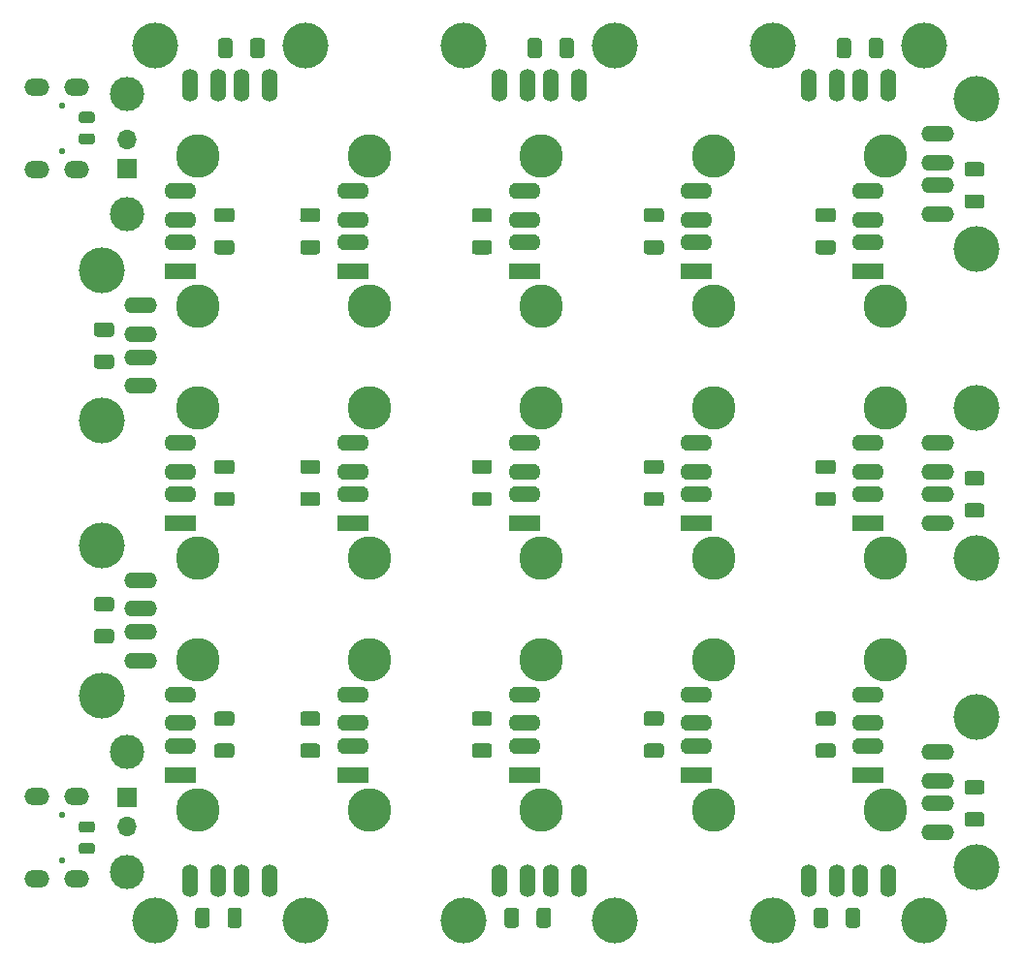
<source format=gbr>
%TF.GenerationSoftware,KiCad,Pcbnew,5.1.7-a382d34a8~88~ubuntu20.04.1*%
%TF.CreationDate,2020-11-29T10:03:16-08:00*%
%TF.ProjectId,multi-way-usb,6d756c74-692d-4776-9179-2d7573622e6b,rev?*%
%TF.SameCoordinates,Original*%
%TF.FileFunction,Soldermask,Bot*%
%TF.FilePolarity,Negative*%
%FSLAX46Y46*%
G04 Gerber Fmt 4.6, Leading zero omitted, Abs format (unit mm)*
G04 Created by KiCad (PCBNEW 5.1.7-a382d34a8~88~ubuntu20.04.1) date 2020-11-29 10:03:16*
%MOMM*%
%LPD*%
G01*
G04 APERTURE LIST*
%ADD10O,2.816000X1.408000*%
%ADD11R,2.816000X1.408000*%
%ADD12C,3.800000*%
%ADD13C,3.000000*%
%ADD14O,2.856000X1.428000*%
%ADD15C,4.000000*%
%ADD16O,1.428000X2.856000*%
%ADD17O,1.700000X1.700000*%
%ADD18R,1.700000X1.700000*%
%ADD19C,0.550000*%
%ADD20O,2.200000X1.500000*%
G04 APERTURE END LIST*
D10*
%TO.C,J15*%
X13704000Y-18500000D03*
X13704000Y-21000000D03*
X13704000Y-23000000D03*
D11*
X13704000Y-25500000D03*
D12*
X15200000Y-15430000D03*
X15200000Y-28570000D03*
%TD*%
D10*
%TO.C,J16*%
X13704000Y3500000D03*
X13704000Y1000000D03*
X13704000Y-1000000D03*
D11*
X13704000Y-3500000D03*
D12*
X15200000Y6570000D03*
X15200000Y-6570000D03*
%TD*%
%TO.C,F15*%
G36*
G01*
X10625000Y-21225000D02*
X9375000Y-21225000D01*
G75*
G02*
X9125000Y-20975000I0J250000D01*
G01*
X9125000Y-20225000D01*
G75*
G02*
X9375000Y-19975000I250000J0D01*
G01*
X10625000Y-19975000D01*
G75*
G02*
X10875000Y-20225000I0J-250000D01*
G01*
X10875000Y-20975000D01*
G75*
G02*
X10625000Y-21225000I-250000J0D01*
G01*
G37*
G36*
G01*
X10625000Y-24025000D02*
X9375000Y-24025000D01*
G75*
G02*
X9125000Y-23775000I0J250000D01*
G01*
X9125000Y-23025000D01*
G75*
G02*
X9375000Y-22775000I250000J0D01*
G01*
X10625000Y-22775000D01*
G75*
G02*
X10875000Y-23025000I0J-250000D01*
G01*
X10875000Y-23775000D01*
G75*
G02*
X10625000Y-24025000I-250000J0D01*
G01*
G37*
%TD*%
%TO.C,F16*%
G36*
G01*
X10625000Y775000D02*
X9375000Y775000D01*
G75*
G02*
X9125000Y1025000I0J250000D01*
G01*
X9125000Y1775000D01*
G75*
G02*
X9375000Y2025000I250000J0D01*
G01*
X10625000Y2025000D01*
G75*
G02*
X10875000Y1775000I0J-250000D01*
G01*
X10875000Y1025000D01*
G75*
G02*
X10625000Y775000I-250000J0D01*
G01*
G37*
G36*
G01*
X10625000Y-2025000D02*
X9375000Y-2025000D01*
G75*
G02*
X9125000Y-1775000I0J250000D01*
G01*
X9125000Y-1025000D01*
G75*
G02*
X9375000Y-775000I250000J0D01*
G01*
X10625000Y-775000D01*
G75*
G02*
X10875000Y-1025000I0J-250000D01*
G01*
X10875000Y-1775000D01*
G75*
G02*
X10625000Y-2025000I-250000J0D01*
G01*
G37*
%TD*%
D10*
%TO.C,J17*%
X13704000Y25500000D03*
X13704000Y23000000D03*
X13704000Y21000000D03*
D11*
X13704000Y18500000D03*
D12*
X15200000Y28570000D03*
X15200000Y15430000D03*
%TD*%
D10*
%TO.C,J9*%
X28704000Y25500000D03*
X28704000Y23000000D03*
X28704000Y21000000D03*
D11*
X28704000Y18500000D03*
D12*
X30200000Y28570000D03*
X30200000Y15430000D03*
%TD*%
D10*
%TO.C,J8*%
X28704000Y3500000D03*
X28704000Y1000000D03*
X28704000Y-1000000D03*
D11*
X28704000Y-3500000D03*
D12*
X30200000Y6570000D03*
X30200000Y-6570000D03*
%TD*%
D10*
%TO.C,J7*%
X28704000Y-18500000D03*
X28704000Y-21000000D03*
X28704000Y-23000000D03*
D11*
X28704000Y-25500000D03*
D12*
X30200000Y-15430000D03*
X30200000Y-28570000D03*
%TD*%
D13*
%TO.C,TP4*%
X-36000000Y-34000000D03*
%TD*%
%TO.C,TP1*%
X-36000000Y-23500000D03*
%TD*%
D14*
%TO.C,J14*%
X-34776000Y-15500000D03*
X-34776000Y-13000000D03*
X-34776000Y-11000000D03*
D15*
X-38200000Y-18570000D03*
X-38200000Y-5430000D03*
D14*
X-34776000Y-8500000D03*
%TD*%
%TO.C,J13*%
X-34776000Y8500000D03*
X-34776000Y11000000D03*
X-34776000Y13000000D03*
D15*
X-38200000Y5430000D03*
X-38200000Y18570000D03*
D14*
X-34776000Y15500000D03*
%TD*%
D16*
%TO.C,J12*%
X-30500000Y34776000D03*
X-28000000Y34776000D03*
X-26000000Y34776000D03*
D15*
X-33570000Y38200000D03*
X-20430000Y38200000D03*
D16*
X-23500000Y34776000D03*
%TD*%
%TO.C,J11*%
X-3500000Y34776000D03*
X-1000000Y34776000D03*
X1000000Y34776000D03*
D15*
X-6570000Y38200000D03*
X6570000Y38200000D03*
D16*
X3500000Y34776000D03*
%TD*%
%TO.C,J10*%
X23500000Y34776000D03*
X26000000Y34776000D03*
X28000000Y34776000D03*
D15*
X20430000Y38200000D03*
X33570000Y38200000D03*
D16*
X30500000Y34776000D03*
%TD*%
D14*
%TO.C,J6*%
X34776000Y30500000D03*
X34776000Y28000000D03*
X34776000Y26000000D03*
D15*
X38200000Y33570000D03*
X38200000Y20430000D03*
D14*
X34776000Y23500000D03*
%TD*%
%TO.C,J5*%
X34776000Y3500000D03*
X34776000Y1000000D03*
X34776000Y-1000000D03*
D15*
X38200000Y6570000D03*
X38200000Y-6570000D03*
D14*
X34776000Y-3500000D03*
%TD*%
%TO.C,J4*%
X34776000Y-23500000D03*
X34776000Y-26000000D03*
X34776000Y-28000000D03*
D15*
X38200000Y-20430000D03*
X38200000Y-33570000D03*
D14*
X34776000Y-30500000D03*
%TD*%
D16*
%TO.C,J3*%
X30500000Y-34776000D03*
X28000000Y-34776000D03*
X26000000Y-34776000D03*
D15*
X33570000Y-38200000D03*
X20430000Y-38200000D03*
D16*
X23500000Y-34776000D03*
%TD*%
%TO.C,J2*%
X3500000Y-34776000D03*
X1000000Y-34776000D03*
X-1000000Y-34776000D03*
D15*
X6570000Y-38200000D03*
X-6570000Y-38200000D03*
D16*
X-3500000Y-34776000D03*
%TD*%
%TO.C,J1*%
X-23500000Y-34776000D03*
X-26000000Y-34776000D03*
X-28000000Y-34776000D03*
D15*
X-20430000Y-38200000D03*
X-33570000Y-38200000D03*
D16*
X-30500000Y-34776000D03*
%TD*%
D10*
%TO.C,J24*%
X-31296000Y-18500000D03*
X-31296000Y-21000000D03*
X-31296000Y-23000000D03*
D11*
X-31296000Y-25500000D03*
D12*
X-29800000Y-15430000D03*
X-29800000Y-28570000D03*
%TD*%
D10*
%TO.C,J25*%
X-31296000Y3500000D03*
X-31296000Y1000000D03*
X-31296000Y-1000000D03*
D11*
X-31296000Y-3500000D03*
D12*
X-29800000Y6570000D03*
X-29800000Y-6570000D03*
%TD*%
D10*
%TO.C,J26*%
X-31296000Y25500000D03*
X-31296000Y23000000D03*
X-31296000Y21000000D03*
D11*
X-31296000Y18500000D03*
D12*
X-29800000Y28570000D03*
X-29800000Y15430000D03*
%TD*%
D10*
%TO.C,J21*%
X-16296000Y-18500000D03*
X-16296000Y-21000000D03*
X-16296000Y-23000000D03*
D11*
X-16296000Y-25500000D03*
D12*
X-14800000Y-15430000D03*
X-14800000Y-28570000D03*
%TD*%
D10*
%TO.C,J22*%
X-16296000Y3500000D03*
X-16296000Y1000000D03*
X-16296000Y-1000000D03*
D11*
X-16296000Y-3500000D03*
D12*
X-14800000Y6570000D03*
X-14800000Y-6570000D03*
%TD*%
D10*
%TO.C,J23*%
X-16296000Y25500000D03*
X-16296000Y23000000D03*
X-16296000Y21000000D03*
D11*
X-16296000Y18500000D03*
D12*
X-14800000Y28570000D03*
X-14800000Y15430000D03*
%TD*%
D10*
%TO.C,J18*%
X-1296000Y-18500000D03*
X-1296000Y-21000000D03*
X-1296000Y-23000000D03*
D11*
X-1296000Y-25500000D03*
D12*
X200000Y-15430000D03*
X200000Y-28570000D03*
%TD*%
D10*
%TO.C,J19*%
X-1296000Y3500000D03*
X-1296000Y1000000D03*
X-1296000Y-1000000D03*
D11*
X-1296000Y-3500000D03*
D12*
X200000Y6570000D03*
X200000Y-6570000D03*
%TD*%
D10*
%TO.C,J20*%
X-1296000Y25500000D03*
X-1296000Y23000000D03*
X-1296000Y21000000D03*
D11*
X-1296000Y18500000D03*
D12*
X200000Y28570000D03*
X200000Y15430000D03*
%TD*%
%TO.C,F24*%
G36*
G01*
X-26875000Y-21225000D02*
X-28125000Y-21225000D01*
G75*
G02*
X-28375000Y-20975000I0J250000D01*
G01*
X-28375000Y-20225000D01*
G75*
G02*
X-28125000Y-19975000I250000J0D01*
G01*
X-26875000Y-19975000D01*
G75*
G02*
X-26625000Y-20225000I0J-250000D01*
G01*
X-26625000Y-20975000D01*
G75*
G02*
X-26875000Y-21225000I-250000J0D01*
G01*
G37*
G36*
G01*
X-26875000Y-24025000D02*
X-28125000Y-24025000D01*
G75*
G02*
X-28375000Y-23775000I0J250000D01*
G01*
X-28375000Y-23025000D01*
G75*
G02*
X-28125000Y-22775000I250000J0D01*
G01*
X-26875000Y-22775000D01*
G75*
G02*
X-26625000Y-23025000I0J-250000D01*
G01*
X-26625000Y-23775000D01*
G75*
G02*
X-26875000Y-24025000I-250000J0D01*
G01*
G37*
%TD*%
%TO.C,F25*%
G36*
G01*
X-26875000Y775000D02*
X-28125000Y775000D01*
G75*
G02*
X-28375000Y1025000I0J250000D01*
G01*
X-28375000Y1775000D01*
G75*
G02*
X-28125000Y2025000I250000J0D01*
G01*
X-26875000Y2025000D01*
G75*
G02*
X-26625000Y1775000I0J-250000D01*
G01*
X-26625000Y1025000D01*
G75*
G02*
X-26875000Y775000I-250000J0D01*
G01*
G37*
G36*
G01*
X-26875000Y-2025000D02*
X-28125000Y-2025000D01*
G75*
G02*
X-28375000Y-1775000I0J250000D01*
G01*
X-28375000Y-1025000D01*
G75*
G02*
X-28125000Y-775000I250000J0D01*
G01*
X-26875000Y-775000D01*
G75*
G02*
X-26625000Y-1025000I0J-250000D01*
G01*
X-26625000Y-1775000D01*
G75*
G02*
X-26875000Y-2025000I-250000J0D01*
G01*
G37*
%TD*%
%TO.C,F26*%
G36*
G01*
X-26875000Y22775000D02*
X-28125000Y22775000D01*
G75*
G02*
X-28375000Y23025000I0J250000D01*
G01*
X-28375000Y23775000D01*
G75*
G02*
X-28125000Y24025000I250000J0D01*
G01*
X-26875000Y24025000D01*
G75*
G02*
X-26625000Y23775000I0J-250000D01*
G01*
X-26625000Y23025000D01*
G75*
G02*
X-26875000Y22775000I-250000J0D01*
G01*
G37*
G36*
G01*
X-26875000Y19975000D02*
X-28125000Y19975000D01*
G75*
G02*
X-28375000Y20225000I0J250000D01*
G01*
X-28375000Y20975000D01*
G75*
G02*
X-28125000Y21225000I250000J0D01*
G01*
X-26875000Y21225000D01*
G75*
G02*
X-26625000Y20975000I0J-250000D01*
G01*
X-26625000Y20225000D01*
G75*
G02*
X-26875000Y19975000I-250000J0D01*
G01*
G37*
%TD*%
%TO.C,F21*%
G36*
G01*
X-19375000Y-21225000D02*
X-20625000Y-21225000D01*
G75*
G02*
X-20875000Y-20975000I0J250000D01*
G01*
X-20875000Y-20225000D01*
G75*
G02*
X-20625000Y-19975000I250000J0D01*
G01*
X-19375000Y-19975000D01*
G75*
G02*
X-19125000Y-20225000I0J-250000D01*
G01*
X-19125000Y-20975000D01*
G75*
G02*
X-19375000Y-21225000I-250000J0D01*
G01*
G37*
G36*
G01*
X-19375000Y-24025000D02*
X-20625000Y-24025000D01*
G75*
G02*
X-20875000Y-23775000I0J250000D01*
G01*
X-20875000Y-23025000D01*
G75*
G02*
X-20625000Y-22775000I250000J0D01*
G01*
X-19375000Y-22775000D01*
G75*
G02*
X-19125000Y-23025000I0J-250000D01*
G01*
X-19125000Y-23775000D01*
G75*
G02*
X-19375000Y-24025000I-250000J0D01*
G01*
G37*
%TD*%
%TO.C,F22*%
G36*
G01*
X-19375000Y775000D02*
X-20625000Y775000D01*
G75*
G02*
X-20875000Y1025000I0J250000D01*
G01*
X-20875000Y1775000D01*
G75*
G02*
X-20625000Y2025000I250000J0D01*
G01*
X-19375000Y2025000D01*
G75*
G02*
X-19125000Y1775000I0J-250000D01*
G01*
X-19125000Y1025000D01*
G75*
G02*
X-19375000Y775000I-250000J0D01*
G01*
G37*
G36*
G01*
X-19375000Y-2025000D02*
X-20625000Y-2025000D01*
G75*
G02*
X-20875000Y-1775000I0J250000D01*
G01*
X-20875000Y-1025000D01*
G75*
G02*
X-20625000Y-775000I250000J0D01*
G01*
X-19375000Y-775000D01*
G75*
G02*
X-19125000Y-1025000I0J-250000D01*
G01*
X-19125000Y-1775000D01*
G75*
G02*
X-19375000Y-2025000I-250000J0D01*
G01*
G37*
%TD*%
%TO.C,F23*%
G36*
G01*
X-19375000Y22775000D02*
X-20625000Y22775000D01*
G75*
G02*
X-20875000Y23025000I0J250000D01*
G01*
X-20875000Y23775000D01*
G75*
G02*
X-20625000Y24025000I250000J0D01*
G01*
X-19375000Y24025000D01*
G75*
G02*
X-19125000Y23775000I0J-250000D01*
G01*
X-19125000Y23025000D01*
G75*
G02*
X-19375000Y22775000I-250000J0D01*
G01*
G37*
G36*
G01*
X-19375000Y19975000D02*
X-20625000Y19975000D01*
G75*
G02*
X-20875000Y20225000I0J250000D01*
G01*
X-20875000Y20975000D01*
G75*
G02*
X-20625000Y21225000I250000J0D01*
G01*
X-19375000Y21225000D01*
G75*
G02*
X-19125000Y20975000I0J-250000D01*
G01*
X-19125000Y20225000D01*
G75*
G02*
X-19375000Y19975000I-250000J0D01*
G01*
G37*
%TD*%
%TO.C,F18*%
G36*
G01*
X-4375000Y-21225000D02*
X-5625000Y-21225000D01*
G75*
G02*
X-5875000Y-20975000I0J250000D01*
G01*
X-5875000Y-20225000D01*
G75*
G02*
X-5625000Y-19975000I250000J0D01*
G01*
X-4375000Y-19975000D01*
G75*
G02*
X-4125000Y-20225000I0J-250000D01*
G01*
X-4125000Y-20975000D01*
G75*
G02*
X-4375000Y-21225000I-250000J0D01*
G01*
G37*
G36*
G01*
X-4375000Y-24025000D02*
X-5625000Y-24025000D01*
G75*
G02*
X-5875000Y-23775000I0J250000D01*
G01*
X-5875000Y-23025000D01*
G75*
G02*
X-5625000Y-22775000I250000J0D01*
G01*
X-4375000Y-22775000D01*
G75*
G02*
X-4125000Y-23025000I0J-250000D01*
G01*
X-4125000Y-23775000D01*
G75*
G02*
X-4375000Y-24025000I-250000J0D01*
G01*
G37*
%TD*%
%TO.C,F19*%
G36*
G01*
X-4375000Y775000D02*
X-5625000Y775000D01*
G75*
G02*
X-5875000Y1025000I0J250000D01*
G01*
X-5875000Y1775000D01*
G75*
G02*
X-5625000Y2025000I250000J0D01*
G01*
X-4375000Y2025000D01*
G75*
G02*
X-4125000Y1775000I0J-250000D01*
G01*
X-4125000Y1025000D01*
G75*
G02*
X-4375000Y775000I-250000J0D01*
G01*
G37*
G36*
G01*
X-4375000Y-2025000D02*
X-5625000Y-2025000D01*
G75*
G02*
X-5875000Y-1775000I0J250000D01*
G01*
X-5875000Y-1025000D01*
G75*
G02*
X-5625000Y-775000I250000J0D01*
G01*
X-4375000Y-775000D01*
G75*
G02*
X-4125000Y-1025000I0J-250000D01*
G01*
X-4125000Y-1775000D01*
G75*
G02*
X-4375000Y-2025000I-250000J0D01*
G01*
G37*
%TD*%
%TO.C,F20*%
G36*
G01*
X-4375000Y22775000D02*
X-5625000Y22775000D01*
G75*
G02*
X-5875000Y23025000I0J250000D01*
G01*
X-5875000Y23775000D01*
G75*
G02*
X-5625000Y24025000I250000J0D01*
G01*
X-4375000Y24025000D01*
G75*
G02*
X-4125000Y23775000I0J-250000D01*
G01*
X-4125000Y23025000D01*
G75*
G02*
X-4375000Y22775000I-250000J0D01*
G01*
G37*
G36*
G01*
X-4375000Y19975000D02*
X-5625000Y19975000D01*
G75*
G02*
X-5875000Y20225000I0J250000D01*
G01*
X-5875000Y20975000D01*
G75*
G02*
X-5625000Y21225000I250000J0D01*
G01*
X-4375000Y21225000D01*
G75*
G02*
X-4125000Y20975000I0J-250000D01*
G01*
X-4125000Y20225000D01*
G75*
G02*
X-4375000Y19975000I-250000J0D01*
G01*
G37*
%TD*%
%TO.C,F14*%
G36*
G01*
X-37375000Y-11225000D02*
X-38625000Y-11225000D01*
G75*
G02*
X-38875000Y-10975000I0J250000D01*
G01*
X-38875000Y-10225000D01*
G75*
G02*
X-38625000Y-9975000I250000J0D01*
G01*
X-37375000Y-9975000D01*
G75*
G02*
X-37125000Y-10225000I0J-250000D01*
G01*
X-37125000Y-10975000D01*
G75*
G02*
X-37375000Y-11225000I-250000J0D01*
G01*
G37*
G36*
G01*
X-37375000Y-14025000D02*
X-38625000Y-14025000D01*
G75*
G02*
X-38875000Y-13775000I0J250000D01*
G01*
X-38875000Y-13025000D01*
G75*
G02*
X-38625000Y-12775000I250000J0D01*
G01*
X-37375000Y-12775000D01*
G75*
G02*
X-37125000Y-13025000I0J-250000D01*
G01*
X-37125000Y-13775000D01*
G75*
G02*
X-37375000Y-14025000I-250000J0D01*
G01*
G37*
%TD*%
D13*
%TO.C,TP3*%
X-36000000Y23500000D03*
%TD*%
%TO.C,R1*%
G36*
G01*
X-39956250Y-31450000D02*
X-39043750Y-31450000D01*
G75*
G02*
X-38800000Y-31693750I0J-243750D01*
G01*
X-38800000Y-32181250D01*
G75*
G02*
X-39043750Y-32425000I-243750J0D01*
G01*
X-39956250Y-32425000D01*
G75*
G02*
X-40200000Y-32181250I0J243750D01*
G01*
X-40200000Y-31693750D01*
G75*
G02*
X-39956250Y-31450000I243750J0D01*
G01*
G37*
G36*
G01*
X-39956250Y-29575000D02*
X-39043750Y-29575000D01*
G75*
G02*
X-38800000Y-29818750I0J-243750D01*
G01*
X-38800000Y-30306250D01*
G75*
G02*
X-39043750Y-30550000I-243750J0D01*
G01*
X-39956250Y-30550000D01*
G75*
G02*
X-40200000Y-30306250I0J243750D01*
G01*
X-40200000Y-29818750D01*
G75*
G02*
X-39956250Y-29575000I243750J0D01*
G01*
G37*
%TD*%
D17*
%TO.C,X4*%
X-36000000Y-30040000D03*
D18*
X-36000000Y-27500000D03*
%TD*%
D19*
%TO.C,X2*%
X-41700000Y-29000000D03*
X-41700000Y-33000000D03*
D20*
X-43850000Y-27400000D03*
X-43850000Y-34600000D03*
X-40380000Y-34600000D03*
X-40380000Y-27400000D03*
%TD*%
%TO.C,F17*%
G36*
G01*
X10625000Y22775000D02*
X9375000Y22775000D01*
G75*
G02*
X9125000Y23025000I0J250000D01*
G01*
X9125000Y23775000D01*
G75*
G02*
X9375000Y24025000I250000J0D01*
G01*
X10625000Y24025000D01*
G75*
G02*
X10875000Y23775000I0J-250000D01*
G01*
X10875000Y23025000D01*
G75*
G02*
X10625000Y22775000I-250000J0D01*
G01*
G37*
G36*
G01*
X10625000Y19975000D02*
X9375000Y19975000D01*
G75*
G02*
X9125000Y20225000I0J250000D01*
G01*
X9125000Y20975000D01*
G75*
G02*
X9375000Y21225000I250000J0D01*
G01*
X10625000Y21225000D01*
G75*
G02*
X10875000Y20975000I0J-250000D01*
G01*
X10875000Y20225000D01*
G75*
G02*
X10625000Y19975000I-250000J0D01*
G01*
G37*
%TD*%
%TO.C,F13*%
G36*
G01*
X-37375000Y12775000D02*
X-38625000Y12775000D01*
G75*
G02*
X-38875000Y13025000I0J250000D01*
G01*
X-38875000Y13775000D01*
G75*
G02*
X-38625000Y14025000I250000J0D01*
G01*
X-37375000Y14025000D01*
G75*
G02*
X-37125000Y13775000I0J-250000D01*
G01*
X-37125000Y13025000D01*
G75*
G02*
X-37375000Y12775000I-250000J0D01*
G01*
G37*
G36*
G01*
X-37375000Y9975000D02*
X-38625000Y9975000D01*
G75*
G02*
X-38875000Y10225000I0J250000D01*
G01*
X-38875000Y10975000D01*
G75*
G02*
X-38625000Y11225000I250000J0D01*
G01*
X-37375000Y11225000D01*
G75*
G02*
X-37125000Y10975000I0J-250000D01*
G01*
X-37125000Y10225000D01*
G75*
G02*
X-37375000Y9975000I-250000J0D01*
G01*
G37*
%TD*%
D13*
%TO.C,TP2*%
X-36000000Y34000000D03*
%TD*%
%TO.C,R2*%
G36*
G01*
X-39043750Y31450000D02*
X-39956250Y31450000D01*
G75*
G02*
X-40200000Y31693750I0J243750D01*
G01*
X-40200000Y32181250D01*
G75*
G02*
X-39956250Y32425000I243750J0D01*
G01*
X-39043750Y32425000D01*
G75*
G02*
X-38800000Y32181250I0J-243750D01*
G01*
X-38800000Y31693750D01*
G75*
G02*
X-39043750Y31450000I-243750J0D01*
G01*
G37*
G36*
G01*
X-39043750Y29575000D02*
X-39956250Y29575000D01*
G75*
G02*
X-40200000Y29818750I0J243750D01*
G01*
X-40200000Y30306250D01*
G75*
G02*
X-39956250Y30550000I243750J0D01*
G01*
X-39043750Y30550000D01*
G75*
G02*
X-38800000Y30306250I0J-243750D01*
G01*
X-38800000Y29818750D01*
G75*
G02*
X-39043750Y29575000I-243750J0D01*
G01*
G37*
%TD*%
D17*
%TO.C,X3*%
X-36000000Y30040000D03*
D18*
X-36000000Y27500000D03*
%TD*%
D19*
%TO.C,X1*%
X-41700000Y33000000D03*
X-41700000Y29000000D03*
D20*
X-43850000Y34600000D03*
X-43850000Y27400000D03*
X-40380000Y27400000D03*
X-40380000Y34600000D03*
%TD*%
%TO.C,F12*%
G36*
G01*
X-25225000Y37375000D02*
X-25225000Y38625000D01*
G75*
G02*
X-24975000Y38875000I250000J0D01*
G01*
X-24225000Y38875000D01*
G75*
G02*
X-23975000Y38625000I0J-250000D01*
G01*
X-23975000Y37375000D01*
G75*
G02*
X-24225000Y37125000I-250000J0D01*
G01*
X-24975000Y37125000D01*
G75*
G02*
X-25225000Y37375000I0J250000D01*
G01*
G37*
G36*
G01*
X-28025000Y37375000D02*
X-28025000Y38625000D01*
G75*
G02*
X-27775000Y38875000I250000J0D01*
G01*
X-27025000Y38875000D01*
G75*
G02*
X-26775000Y38625000I0J-250000D01*
G01*
X-26775000Y37375000D01*
G75*
G02*
X-27025000Y37125000I-250000J0D01*
G01*
X-27775000Y37125000D01*
G75*
G02*
X-28025000Y37375000I0J250000D01*
G01*
G37*
%TD*%
%TO.C,F11*%
G36*
G01*
X1775000Y37375000D02*
X1775000Y38625000D01*
G75*
G02*
X2025000Y38875000I250000J0D01*
G01*
X2775000Y38875000D01*
G75*
G02*
X3025000Y38625000I0J-250000D01*
G01*
X3025000Y37375000D01*
G75*
G02*
X2775000Y37125000I-250000J0D01*
G01*
X2025000Y37125000D01*
G75*
G02*
X1775000Y37375000I0J250000D01*
G01*
G37*
G36*
G01*
X-1025000Y37375000D02*
X-1025000Y38625000D01*
G75*
G02*
X-775000Y38875000I250000J0D01*
G01*
X-25000Y38875000D01*
G75*
G02*
X225000Y38625000I0J-250000D01*
G01*
X225000Y37375000D01*
G75*
G02*
X-25000Y37125000I-250000J0D01*
G01*
X-775000Y37125000D01*
G75*
G02*
X-1025000Y37375000I0J250000D01*
G01*
G37*
%TD*%
%TO.C,F9*%
G36*
G01*
X25625000Y22775000D02*
X24375000Y22775000D01*
G75*
G02*
X24125000Y23025000I0J250000D01*
G01*
X24125000Y23775000D01*
G75*
G02*
X24375000Y24025000I250000J0D01*
G01*
X25625000Y24025000D01*
G75*
G02*
X25875000Y23775000I0J-250000D01*
G01*
X25875000Y23025000D01*
G75*
G02*
X25625000Y22775000I-250000J0D01*
G01*
G37*
G36*
G01*
X25625000Y19975000D02*
X24375000Y19975000D01*
G75*
G02*
X24125000Y20225000I0J250000D01*
G01*
X24125000Y20975000D01*
G75*
G02*
X24375000Y21225000I250000J0D01*
G01*
X25625000Y21225000D01*
G75*
G02*
X25875000Y20975000I0J-250000D01*
G01*
X25875000Y20225000D01*
G75*
G02*
X25625000Y19975000I-250000J0D01*
G01*
G37*
%TD*%
%TO.C,F10*%
G36*
G01*
X28775000Y37375000D02*
X28775000Y38625000D01*
G75*
G02*
X29025000Y38875000I250000J0D01*
G01*
X29775000Y38875000D01*
G75*
G02*
X30025000Y38625000I0J-250000D01*
G01*
X30025000Y37375000D01*
G75*
G02*
X29775000Y37125000I-250000J0D01*
G01*
X29025000Y37125000D01*
G75*
G02*
X28775000Y37375000I0J250000D01*
G01*
G37*
G36*
G01*
X25975000Y37375000D02*
X25975000Y38625000D01*
G75*
G02*
X26225000Y38875000I250000J0D01*
G01*
X26975000Y38875000D01*
G75*
G02*
X27225000Y38625000I0J-250000D01*
G01*
X27225000Y37375000D01*
G75*
G02*
X26975000Y37125000I-250000J0D01*
G01*
X26225000Y37125000D01*
G75*
G02*
X25975000Y37375000I0J250000D01*
G01*
G37*
%TD*%
%TO.C,F6*%
G36*
G01*
X37375000Y25225000D02*
X38625000Y25225000D01*
G75*
G02*
X38875000Y24975000I0J-250000D01*
G01*
X38875000Y24225000D01*
G75*
G02*
X38625000Y23975000I-250000J0D01*
G01*
X37375000Y23975000D01*
G75*
G02*
X37125000Y24225000I0J250000D01*
G01*
X37125000Y24975000D01*
G75*
G02*
X37375000Y25225000I250000J0D01*
G01*
G37*
G36*
G01*
X37375000Y28025000D02*
X38625000Y28025000D01*
G75*
G02*
X38875000Y27775000I0J-250000D01*
G01*
X38875000Y27025000D01*
G75*
G02*
X38625000Y26775000I-250000J0D01*
G01*
X37375000Y26775000D01*
G75*
G02*
X37125000Y27025000I0J250000D01*
G01*
X37125000Y27775000D01*
G75*
G02*
X37375000Y28025000I250000J0D01*
G01*
G37*
%TD*%
%TO.C,F5*%
G36*
G01*
X37375000Y-1775000D02*
X38625000Y-1775000D01*
G75*
G02*
X38875000Y-2025000I0J-250000D01*
G01*
X38875000Y-2775000D01*
G75*
G02*
X38625000Y-3025000I-250000J0D01*
G01*
X37375000Y-3025000D01*
G75*
G02*
X37125000Y-2775000I0J250000D01*
G01*
X37125000Y-2025000D01*
G75*
G02*
X37375000Y-1775000I250000J0D01*
G01*
G37*
G36*
G01*
X37375000Y1025000D02*
X38625000Y1025000D01*
G75*
G02*
X38875000Y775000I0J-250000D01*
G01*
X38875000Y25000D01*
G75*
G02*
X38625000Y-225000I-250000J0D01*
G01*
X37375000Y-225000D01*
G75*
G02*
X37125000Y25000I0J250000D01*
G01*
X37125000Y775000D01*
G75*
G02*
X37375000Y1025000I250000J0D01*
G01*
G37*
%TD*%
%TO.C,F8*%
G36*
G01*
X25625000Y775000D02*
X24375000Y775000D01*
G75*
G02*
X24125000Y1025000I0J250000D01*
G01*
X24125000Y1775000D01*
G75*
G02*
X24375000Y2025000I250000J0D01*
G01*
X25625000Y2025000D01*
G75*
G02*
X25875000Y1775000I0J-250000D01*
G01*
X25875000Y1025000D01*
G75*
G02*
X25625000Y775000I-250000J0D01*
G01*
G37*
G36*
G01*
X25625000Y-2025000D02*
X24375000Y-2025000D01*
G75*
G02*
X24125000Y-1775000I0J250000D01*
G01*
X24125000Y-1025000D01*
G75*
G02*
X24375000Y-775000I250000J0D01*
G01*
X25625000Y-775000D01*
G75*
G02*
X25875000Y-1025000I0J-250000D01*
G01*
X25875000Y-1775000D01*
G75*
G02*
X25625000Y-2025000I-250000J0D01*
G01*
G37*
%TD*%
%TO.C,F4*%
G36*
G01*
X37375000Y-28775000D02*
X38625000Y-28775000D01*
G75*
G02*
X38875000Y-29025000I0J-250000D01*
G01*
X38875000Y-29775000D01*
G75*
G02*
X38625000Y-30025000I-250000J0D01*
G01*
X37375000Y-30025000D01*
G75*
G02*
X37125000Y-29775000I0J250000D01*
G01*
X37125000Y-29025000D01*
G75*
G02*
X37375000Y-28775000I250000J0D01*
G01*
G37*
G36*
G01*
X37375000Y-25975000D02*
X38625000Y-25975000D01*
G75*
G02*
X38875000Y-26225000I0J-250000D01*
G01*
X38875000Y-26975000D01*
G75*
G02*
X38625000Y-27225000I-250000J0D01*
G01*
X37375000Y-27225000D01*
G75*
G02*
X37125000Y-26975000I0J250000D01*
G01*
X37125000Y-26225000D01*
G75*
G02*
X37375000Y-25975000I250000J0D01*
G01*
G37*
%TD*%
%TO.C,F3*%
G36*
G01*
X25225000Y-37375000D02*
X25225000Y-38625000D01*
G75*
G02*
X24975000Y-38875000I-250000J0D01*
G01*
X24225000Y-38875000D01*
G75*
G02*
X23975000Y-38625000I0J250000D01*
G01*
X23975000Y-37375000D01*
G75*
G02*
X24225000Y-37125000I250000J0D01*
G01*
X24975000Y-37125000D01*
G75*
G02*
X25225000Y-37375000I0J-250000D01*
G01*
G37*
G36*
G01*
X28025000Y-37375000D02*
X28025000Y-38625000D01*
G75*
G02*
X27775000Y-38875000I-250000J0D01*
G01*
X27025000Y-38875000D01*
G75*
G02*
X26775000Y-38625000I0J250000D01*
G01*
X26775000Y-37375000D01*
G75*
G02*
X27025000Y-37125000I250000J0D01*
G01*
X27775000Y-37125000D01*
G75*
G02*
X28025000Y-37375000I0J-250000D01*
G01*
G37*
%TD*%
%TO.C,F7*%
G36*
G01*
X25625000Y-21225000D02*
X24375000Y-21225000D01*
G75*
G02*
X24125000Y-20975000I0J250000D01*
G01*
X24125000Y-20225000D01*
G75*
G02*
X24375000Y-19975000I250000J0D01*
G01*
X25625000Y-19975000D01*
G75*
G02*
X25875000Y-20225000I0J-250000D01*
G01*
X25875000Y-20975000D01*
G75*
G02*
X25625000Y-21225000I-250000J0D01*
G01*
G37*
G36*
G01*
X25625000Y-24025000D02*
X24375000Y-24025000D01*
G75*
G02*
X24125000Y-23775000I0J250000D01*
G01*
X24125000Y-23025000D01*
G75*
G02*
X24375000Y-22775000I250000J0D01*
G01*
X25625000Y-22775000D01*
G75*
G02*
X25875000Y-23025000I0J-250000D01*
G01*
X25875000Y-23775000D01*
G75*
G02*
X25625000Y-24025000I-250000J0D01*
G01*
G37*
%TD*%
%TO.C,F2*%
G36*
G01*
X-1775000Y-37375000D02*
X-1775000Y-38625000D01*
G75*
G02*
X-2025000Y-38875000I-250000J0D01*
G01*
X-2775000Y-38875000D01*
G75*
G02*
X-3025000Y-38625000I0J250000D01*
G01*
X-3025000Y-37375000D01*
G75*
G02*
X-2775000Y-37125000I250000J0D01*
G01*
X-2025000Y-37125000D01*
G75*
G02*
X-1775000Y-37375000I0J-250000D01*
G01*
G37*
G36*
G01*
X1025000Y-37375000D02*
X1025000Y-38625000D01*
G75*
G02*
X775000Y-38875000I-250000J0D01*
G01*
X25000Y-38875000D01*
G75*
G02*
X-225000Y-38625000I0J250000D01*
G01*
X-225000Y-37375000D01*
G75*
G02*
X25000Y-37125000I250000J0D01*
G01*
X775000Y-37125000D01*
G75*
G02*
X1025000Y-37375000I0J-250000D01*
G01*
G37*
%TD*%
%TO.C,F1*%
G36*
G01*
X-28775000Y-37375000D02*
X-28775000Y-38625000D01*
G75*
G02*
X-29025000Y-38875000I-250000J0D01*
G01*
X-29775000Y-38875000D01*
G75*
G02*
X-30025000Y-38625000I0J250000D01*
G01*
X-30025000Y-37375000D01*
G75*
G02*
X-29775000Y-37125000I250000J0D01*
G01*
X-29025000Y-37125000D01*
G75*
G02*
X-28775000Y-37375000I0J-250000D01*
G01*
G37*
G36*
G01*
X-25975000Y-37375000D02*
X-25975000Y-38625000D01*
G75*
G02*
X-26225000Y-38875000I-250000J0D01*
G01*
X-26975000Y-38875000D01*
G75*
G02*
X-27225000Y-38625000I0J250000D01*
G01*
X-27225000Y-37375000D01*
G75*
G02*
X-26975000Y-37125000I250000J0D01*
G01*
X-26225000Y-37125000D01*
G75*
G02*
X-25975000Y-37375000I0J-250000D01*
G01*
G37*
%TD*%
M02*

</source>
